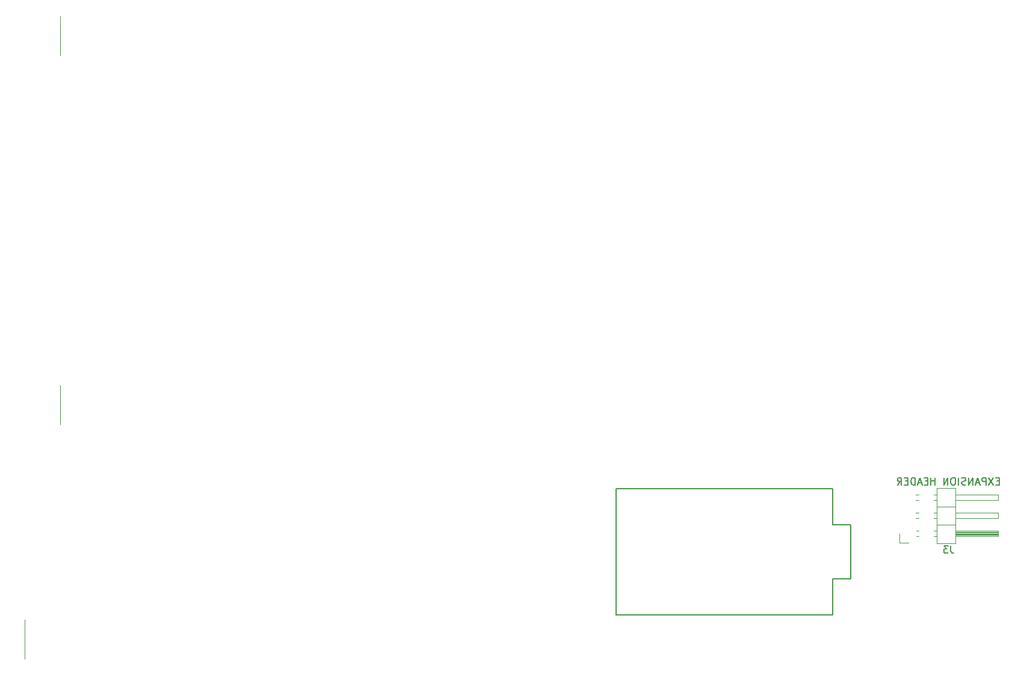
<source format=gbr>
G04 #@! TF.GenerationSoftware,KiCad,Pcbnew,(5.1.6)-1*
G04 #@! TF.CreationDate,2020-08-12T00:52:36-04:00*
G04 #@! TF.ProjectId,TH-XWhatsIt,54482d58-5768-4617-9473-49742e6b6963,0.0.3*
G04 #@! TF.SameCoordinates,Original*
G04 #@! TF.FileFunction,Legend,Bot*
G04 #@! TF.FilePolarity,Positive*
%FSLAX46Y46*%
G04 Gerber Fmt 4.6, Leading zero omitted, Abs format (unit mm)*
G04 Created by KiCad (PCBNEW (5.1.6)-1) date 2020-08-12 00:52:36*
%MOMM*%
%LPD*%
G01*
G04 APERTURE LIST*
%ADD10C,0.120000*%
%ADD11C,0.150000*%
G04 APERTURE END LIST*
D10*
X47497000Y-148511000D02*
X47497000Y-153971000D01*
X52497000Y-63508000D02*
X52497000Y-68968000D01*
X52497000Y-115511000D02*
X52497000Y-120971000D01*
D11*
X130683000Y-147828000D02*
X130683000Y-130048000D01*
X130683000Y-130048000D02*
X161163000Y-130048000D01*
X161163000Y-130048000D02*
X161163000Y-135128000D01*
X161163000Y-135128000D02*
X163703000Y-135128000D01*
X163703000Y-135128000D02*
X163703000Y-142748000D01*
X163703000Y-142748000D02*
X161163000Y-142748000D01*
X161163000Y-142748000D02*
X161163000Y-147828000D01*
X161163000Y-147828000D02*
X130683000Y-147828000D01*
D10*
X175811000Y-137728000D02*
X175811000Y-129988000D01*
X175811000Y-129988000D02*
X178471000Y-129988000D01*
X178471000Y-129988000D02*
X178471000Y-137728000D01*
X178471000Y-137728000D02*
X175811000Y-137728000D01*
X178471000Y-136778000D02*
X184471000Y-136778000D01*
X184471000Y-136778000D02*
X184471000Y-136018000D01*
X184471000Y-136018000D02*
X178471000Y-136018000D01*
X178471000Y-136718000D02*
X184471000Y-136718000D01*
X178471000Y-136598000D02*
X184471000Y-136598000D01*
X178471000Y-136478000D02*
X184471000Y-136478000D01*
X178471000Y-136358000D02*
X184471000Y-136358000D01*
X178471000Y-136238000D02*
X184471000Y-136238000D01*
X178471000Y-136118000D02*
X184471000Y-136118000D01*
X175413929Y-136778000D02*
X175811000Y-136778000D01*
X175413929Y-136018000D02*
X175811000Y-136018000D01*
X172941000Y-136778000D02*
X173328071Y-136778000D01*
X172941000Y-136018000D02*
X173328071Y-136018000D01*
X175811000Y-135128000D02*
X178471000Y-135128000D01*
X178471000Y-134238000D02*
X184471000Y-134238000D01*
X184471000Y-134238000D02*
X184471000Y-133478000D01*
X184471000Y-133478000D02*
X178471000Y-133478000D01*
X175413929Y-134238000D02*
X175811000Y-134238000D01*
X175413929Y-133478000D02*
X175811000Y-133478000D01*
X172873929Y-134238000D02*
X173328071Y-134238000D01*
X172873929Y-133478000D02*
X173328071Y-133478000D01*
X175811000Y-132588000D02*
X178471000Y-132588000D01*
X178471000Y-131698000D02*
X184471000Y-131698000D01*
X184471000Y-131698000D02*
X184471000Y-130938000D01*
X184471000Y-130938000D02*
X178471000Y-130938000D01*
X175413929Y-131698000D02*
X175811000Y-131698000D01*
X175413929Y-130938000D02*
X175811000Y-130938000D01*
X172873929Y-131698000D02*
X173328071Y-131698000D01*
X172873929Y-130938000D02*
X173328071Y-130938000D01*
X170561000Y-136398000D02*
X170561000Y-137668000D01*
X170561000Y-137668000D02*
X171831000Y-137668000D01*
D11*
X177819333Y-138120380D02*
X177819333Y-138834666D01*
X177866952Y-138977523D01*
X177962190Y-139072761D01*
X178105047Y-139120380D01*
X178200285Y-139120380D01*
X177438380Y-138120380D02*
X176819333Y-138120380D01*
X177152666Y-138501333D01*
X177009809Y-138501333D01*
X176914571Y-138548952D01*
X176866952Y-138596571D01*
X176819333Y-138691809D01*
X176819333Y-138929904D01*
X176866952Y-139025142D01*
X176914571Y-139072761D01*
X177009809Y-139120380D01*
X177295523Y-139120380D01*
X177390761Y-139072761D01*
X177438380Y-139025142D01*
X184628857Y-128976571D02*
X184295523Y-128976571D01*
X184152666Y-129500380D02*
X184628857Y-129500380D01*
X184628857Y-128500380D01*
X184152666Y-128500380D01*
X183819333Y-128500380D02*
X183152666Y-129500380D01*
X183152666Y-128500380D02*
X183819333Y-129500380D01*
X182771714Y-129500380D02*
X182771714Y-128500380D01*
X182390761Y-128500380D01*
X182295523Y-128548000D01*
X182247904Y-128595619D01*
X182200285Y-128690857D01*
X182200285Y-128833714D01*
X182247904Y-128928952D01*
X182295523Y-128976571D01*
X182390761Y-129024190D01*
X182771714Y-129024190D01*
X181819333Y-129214666D02*
X181343142Y-129214666D01*
X181914571Y-129500380D02*
X181581238Y-128500380D01*
X181247904Y-129500380D01*
X180914571Y-129500380D02*
X180914571Y-128500380D01*
X180343142Y-129500380D01*
X180343142Y-128500380D01*
X179914571Y-129452761D02*
X179771714Y-129500380D01*
X179533619Y-129500380D01*
X179438380Y-129452761D01*
X179390761Y-129405142D01*
X179343142Y-129309904D01*
X179343142Y-129214666D01*
X179390761Y-129119428D01*
X179438380Y-129071809D01*
X179533619Y-129024190D01*
X179724095Y-128976571D01*
X179819333Y-128928952D01*
X179866952Y-128881333D01*
X179914571Y-128786095D01*
X179914571Y-128690857D01*
X179866952Y-128595619D01*
X179819333Y-128548000D01*
X179724095Y-128500380D01*
X179486000Y-128500380D01*
X179343142Y-128548000D01*
X178914571Y-129500380D02*
X178914571Y-128500380D01*
X178247904Y-128500380D02*
X178057428Y-128500380D01*
X177962190Y-128548000D01*
X177866952Y-128643238D01*
X177819333Y-128833714D01*
X177819333Y-129167047D01*
X177866952Y-129357523D01*
X177962190Y-129452761D01*
X178057428Y-129500380D01*
X178247904Y-129500380D01*
X178343142Y-129452761D01*
X178438380Y-129357523D01*
X178486000Y-129167047D01*
X178486000Y-128833714D01*
X178438380Y-128643238D01*
X178343142Y-128548000D01*
X178247904Y-128500380D01*
X177390761Y-129500380D02*
X177390761Y-128500380D01*
X176819333Y-129500380D01*
X176819333Y-128500380D01*
X175581238Y-129500380D02*
X175581238Y-128500380D01*
X175581238Y-128976571D02*
X175009809Y-128976571D01*
X175009809Y-129500380D02*
X175009809Y-128500380D01*
X174533619Y-128976571D02*
X174200285Y-128976571D01*
X174057428Y-129500380D02*
X174533619Y-129500380D01*
X174533619Y-128500380D01*
X174057428Y-128500380D01*
X173676476Y-129214666D02*
X173200285Y-129214666D01*
X173771714Y-129500380D02*
X173438380Y-128500380D01*
X173105047Y-129500380D01*
X172771714Y-129500380D02*
X172771714Y-128500380D01*
X172533619Y-128500380D01*
X172390761Y-128548000D01*
X172295523Y-128643238D01*
X172247904Y-128738476D01*
X172200285Y-128928952D01*
X172200285Y-129071809D01*
X172247904Y-129262285D01*
X172295523Y-129357523D01*
X172390761Y-129452761D01*
X172533619Y-129500380D01*
X172771714Y-129500380D01*
X171771714Y-128976571D02*
X171438380Y-128976571D01*
X171295523Y-129500380D02*
X171771714Y-129500380D01*
X171771714Y-128500380D01*
X171295523Y-128500380D01*
X170295523Y-129500380D02*
X170628857Y-129024190D01*
X170866952Y-129500380D02*
X170866952Y-128500380D01*
X170486000Y-128500380D01*
X170390761Y-128548000D01*
X170343142Y-128595619D01*
X170295523Y-128690857D01*
X170295523Y-128833714D01*
X170343142Y-128928952D01*
X170390761Y-128976571D01*
X170486000Y-129024190D01*
X170866952Y-129024190D01*
M02*

</source>
